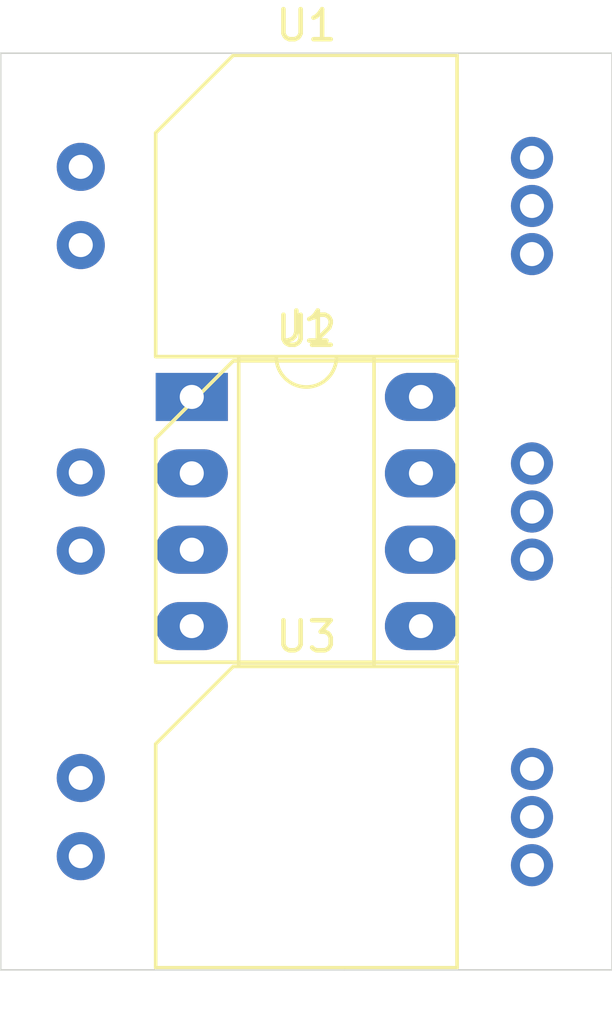
<source format=kicad_pcb>
(kicad_pcb (version 20171130) (host pcbnew "(5.1.4)-1")

  (general
    (thickness 1.6)
    (drawings 9)
    (tracks 0)
    (zones 0)
    (modules 4)
    (nets 10)
  )

  (page A4)
  (layers
    (0 F.Cu signal)
    (31 B.Cu signal)
    (32 B.Adhes user)
    (33 F.Adhes user)
    (34 B.Paste user)
    (35 F.Paste user)
    (36 B.SilkS user)
    (37 F.SilkS user)
    (38 B.Mask user)
    (39 F.Mask user)
    (40 Dwgs.User user)
    (41 Cmts.User user)
    (42 Eco1.User user)
    (43 Eco2.User user)
    (44 Edge.Cuts user)
    (45 Margin user)
    (46 B.CrtYd user)
    (47 F.CrtYd user)
    (48 B.Fab user)
    (49 F.Fab user)
  )

  (setup
    (last_trace_width 0.25)
    (trace_clearance 0.2)
    (zone_clearance 0.508)
    (zone_45_only no)
    (trace_min 0.2)
    (via_size 0.8)
    (via_drill 0.4)
    (via_min_size 0.4)
    (via_min_drill 0.3)
    (uvia_size 0.3)
    (uvia_drill 0.1)
    (uvias_allowed no)
    (uvia_min_size 0.2)
    (uvia_min_drill 0.1)
    (edge_width 0.05)
    (segment_width 0.2)
    (pcb_text_width 0.3)
    (pcb_text_size 1.5 1.5)
    (mod_edge_width 0.12)
    (mod_text_size 1 1)
    (mod_text_width 0.15)
    (pad_size 1.524 1.524)
    (pad_drill 0.762)
    (pad_to_mask_clearance 0.051)
    (solder_mask_min_width 0.25)
    (aux_axis_origin 0 0)
    (visible_elements FFFFFF7F)
    (pcbplotparams
      (layerselection 0x010fc_ffffffff)
      (usegerberextensions false)
      (usegerberattributes false)
      (usegerberadvancedattributes false)
      (creategerberjobfile false)
      (excludeedgelayer true)
      (linewidth 0.100000)
      (plotframeref false)
      (viasonmask false)
      (mode 1)
      (useauxorigin false)
      (hpglpennumber 1)
      (hpglpenspeed 20)
      (hpglpendiameter 15.000000)
      (psnegative false)
      (psa4output false)
      (plotreference true)
      (plotvalue true)
      (plotinvisibletext false)
      (padsonsilk false)
      (subtractmaskfromsilk false)
      (outputformat 1)
      (mirror false)
      (drillshape 1)
      (scaleselection 1)
      (outputdirectory ""))
  )

  (net 0 "")
  (net 1 PM_1)
  (net 2 PM_5)
  (net 3 PM_2)
  (net 4 PM_6)
  (net 5 PM_3)
  (net 6 PM_7)
  (net 7 PM_4_9)
  (net 8 PM_8)
  (net 9 PM_10)

  (net_class Default "This is the default net class."
    (clearance 0.2)
    (trace_width 0.25)
    (via_dia 0.8)
    (via_drill 0.4)
    (uvia_dia 0.3)
    (uvia_drill 0.1)
    (add_net PM_1)
    (add_net PM_10)
    (add_net PM_2)
    (add_net PM_3)
    (add_net PM_4_9)
    (add_net PM_5)
    (add_net PM_6)
    (add_net PM_7)
    (add_net PM_8)
  )

  (module OptoCouplers_THT:Xvive_VTL5C3_2 (layer F.Cu) (tedit 5D35D95A) (tstamp 5D8BFD70)
    (at 162.56 104.14)
    (path /5D8BFDAF)
    (fp_text reference U3 (at 0 -6) (layer F.SilkS)
      (effects (font (size 1 1) (thickness 0.15)))
    )
    (fp_text value Xvive_VTL5C3_2 (at 0 6) (layer F.Fab)
      (effects (font (size 1 1) (thickness 0.15)))
    )
    (fp_line (start 5.2 -3.37) (end 5.2 -5.2) (layer F.CrtYd) (width 0.05))
    (fp_line (start 5.2 3.37) (end 8.33 3.37) (layer F.CrtYd) (width 0.05))
    (fp_line (start 5.2 -3.37) (end 8.33 -3.37) (layer F.CrtYd) (width 0.05))
    (fp_line (start 8.33 3.37) (end 8.33 -3.37) (layer F.CrtYd) (width 0.05))
    (fp_line (start -8.33 2.73) (end -5.2 2.73) (layer F.CrtYd) (width 0.05))
    (fp_line (start -8.33 -2.73) (end -4.97 -2.73) (layer F.CrtYd) (width 0.05))
    (fp_line (start -8.33 2.73) (end -8.33 -2.73) (layer F.CrtYd) (width 0.05))
    (fp_line (start 6.8 0) (end 4.95 0) (layer F.Fab) (width 0.1))
    (fp_line (start -6.8 -1.65) (end -4.95 -1) (layer F.Fab) (width 0.1))
    (fp_line (start 6.8 2.54) (end 4.95 2.54) (layer F.Fab) (width 0.1))
    (fp_line (start -2.4 -4.95) (end 4.95 -4.95) (layer F.Fab) (width 0.1))
    (fp_line (start 4.95 -4.95) (end 4.95 4.95) (layer F.Fab) (width 0.1))
    (fp_line (start 4.95 4.95) (end -4.95 4.95) (layer F.Fab) (width 0.1))
    (fp_line (start -4.95 4.95) (end -4.95 -2.4) (layer F.Fab) (width 0.1))
    (fp_line (start -2.4 -4.95) (end -4.95 -2.4) (layer F.Fab) (width 0.1))
    (fp_line (start 6.8 -2.54) (end 4.95 -2.54) (layer F.Fab) (width 0.1))
    (fp_line (start -6.8 1.65) (end -4.95 1) (layer F.Fab) (width 0.1))
    (fp_line (start 5.2 3.37) (end 5.2 5.2) (layer F.CrtYd) (width 0.05))
    (fp_line (start 5.2 5.2) (end -5.2 5.2) (layer F.CrtYd) (width 0.05))
    (fp_line (start -5.2 5.2) (end -5.2 2.73) (layer F.CrtYd) (width 0.05))
    (fp_line (start -4.97 -2.73) (end -2.5 -5.2) (layer F.CrtYd) (width 0.05))
    (fp_line (start -2.5 -5.2) (end 5.2 -5.2) (layer F.CrtYd) (width 0.05))
    (fp_line (start 5.01 -5.01) (end -2.43 -5.01) (layer F.SilkS) (width 0.12))
    (fp_line (start -2.43 -5.01) (end -5.01 -2.43) (layer F.SilkS) (width 0.12))
    (fp_line (start -5.01 -2.43) (end -5.01 5.01) (layer F.SilkS) (width 0.12))
    (fp_line (start -5.01 5.01) (end 5.01 5.01) (layer F.SilkS) (width 0.12))
    (fp_line (start 5.01 5.01) (end 5.01 -5.01) (layer F.SilkS) (width 0.12))
    (fp_text user %R (at 0 0) (layer F.Fab)
      (effects (font (size 1 1) (thickness 0.1)))
    )
    (pad 4 thru_hole circle (at 7.5 0) (size 1.4 1.4) (drill 0.8) (layers *.Cu *.Mask)
      (net 7 PM_4_9))
    (pad 2 thru_hole circle (at -7.5 1.3) (size 1.6 1.6) (drill 0.8) (layers *.Cu *.Mask)
      (net 3 PM_2))
    (pad 5 thru_hole circle (at 7.5 1.6) (size 1.4 1.4) (drill 0.8) (layers *.Cu *.Mask)
      (net 5 PM_3))
    (pad 3 thru_hole circle (at 7.5 -1.6) (size 1.4 1.4) (drill 0.8) (layers *.Cu *.Mask)
      (net 2 PM_5))
    (pad 1 thru_hole circle (at -7.5 -1.3) (size 1.6 1.6) (drill 0.8) (layers *.Cu *.Mask)
      (net 1 PM_1))
    (model ${LIB_MODULES}/OptoCouplers_THT.pretty/Xvive_VTL5C3_2.step
      (at (xyz 0 0 0))
      (scale (xyz 1 1 1))
      (rotate (xyz 0 0 0))
    )
  )

  (module OptoCouplers_THT:Xvive_VTL5C3_2 (layer F.Cu) (tedit 5D35D95A) (tstamp 5D8BFD4B)
    (at 162.56 93.98)
    (path /5D8C0572)
    (fp_text reference U2 (at 0 -6) (layer F.SilkS)
      (effects (font (size 1 1) (thickness 0.15)))
    )
    (fp_text value Xvive_VTL5C3_2 (at 0 6) (layer F.Fab)
      (effects (font (size 1 1) (thickness 0.15)))
    )
    (fp_line (start 5.2 -3.37) (end 5.2 -5.2) (layer F.CrtYd) (width 0.05))
    (fp_line (start 5.2 3.37) (end 8.33 3.37) (layer F.CrtYd) (width 0.05))
    (fp_line (start 5.2 -3.37) (end 8.33 -3.37) (layer F.CrtYd) (width 0.05))
    (fp_line (start 8.33 3.37) (end 8.33 -3.37) (layer F.CrtYd) (width 0.05))
    (fp_line (start -8.33 2.73) (end -5.2 2.73) (layer F.CrtYd) (width 0.05))
    (fp_line (start -8.33 -2.73) (end -4.97 -2.73) (layer F.CrtYd) (width 0.05))
    (fp_line (start -8.33 2.73) (end -8.33 -2.73) (layer F.CrtYd) (width 0.05))
    (fp_line (start 6.8 0) (end 4.95 0) (layer F.Fab) (width 0.1))
    (fp_line (start -6.8 -1.65) (end -4.95 -1) (layer F.Fab) (width 0.1))
    (fp_line (start 6.8 2.54) (end 4.95 2.54) (layer F.Fab) (width 0.1))
    (fp_line (start -2.4 -4.95) (end 4.95 -4.95) (layer F.Fab) (width 0.1))
    (fp_line (start 4.95 -4.95) (end 4.95 4.95) (layer F.Fab) (width 0.1))
    (fp_line (start 4.95 4.95) (end -4.95 4.95) (layer F.Fab) (width 0.1))
    (fp_line (start -4.95 4.95) (end -4.95 -2.4) (layer F.Fab) (width 0.1))
    (fp_line (start -2.4 -4.95) (end -4.95 -2.4) (layer F.Fab) (width 0.1))
    (fp_line (start 6.8 -2.54) (end 4.95 -2.54) (layer F.Fab) (width 0.1))
    (fp_line (start -6.8 1.65) (end -4.95 1) (layer F.Fab) (width 0.1))
    (fp_line (start 5.2 3.37) (end 5.2 5.2) (layer F.CrtYd) (width 0.05))
    (fp_line (start 5.2 5.2) (end -5.2 5.2) (layer F.CrtYd) (width 0.05))
    (fp_line (start -5.2 5.2) (end -5.2 2.73) (layer F.CrtYd) (width 0.05))
    (fp_line (start -4.97 -2.73) (end -2.5 -5.2) (layer F.CrtYd) (width 0.05))
    (fp_line (start -2.5 -5.2) (end 5.2 -5.2) (layer F.CrtYd) (width 0.05))
    (fp_line (start 5.01 -5.01) (end -2.43 -5.01) (layer F.SilkS) (width 0.12))
    (fp_line (start -2.43 -5.01) (end -5.01 -2.43) (layer F.SilkS) (width 0.12))
    (fp_line (start -5.01 -2.43) (end -5.01 5.01) (layer F.SilkS) (width 0.12))
    (fp_line (start -5.01 5.01) (end 5.01 5.01) (layer F.SilkS) (width 0.12))
    (fp_line (start 5.01 5.01) (end 5.01 -5.01) (layer F.SilkS) (width 0.12))
    (fp_text user %R (at 0 0) (layer F.Fab)
      (effects (font (size 1 1) (thickness 0.1)))
    )
    (pad 4 thru_hole circle (at 7.5 0) (size 1.4 1.4) (drill 0.8) (layers *.Cu *.Mask)
      (net 7 PM_4_9))
    (pad 2 thru_hole circle (at -7.5 1.3) (size 1.6 1.6) (drill 0.8) (layers *.Cu *.Mask)
      (net 3 PM_2))
    (pad 5 thru_hole circle (at 7.5 1.6) (size 1.4 1.4) (drill 0.8) (layers *.Cu *.Mask)
      (net 4 PM_6))
    (pad 3 thru_hole circle (at 7.5 -1.6) (size 1.4 1.4) (drill 0.8) (layers *.Cu *.Mask)
      (net 6 PM_7))
    (pad 1 thru_hole circle (at -7.5 -1.3) (size 1.6 1.6) (drill 0.8) (layers *.Cu *.Mask)
      (net 1 PM_1))
    (model ${LIB_MODULES}/OptoCouplers_THT.pretty/Xvive_VTL5C3_2.step
      (at (xyz 0 0 0))
      (scale (xyz 1 1 1))
      (rotate (xyz 0 0 0))
    )
  )

  (module OptoCouplers_THT:Xvive_VTL5C3_2 (layer F.Cu) (tedit 5D35D95A) (tstamp 5D8BFD26)
    (at 162.56 83.82)
    (path /5D8C0DFE)
    (fp_text reference U1 (at 0 -6) (layer F.SilkS)
      (effects (font (size 1 1) (thickness 0.15)))
    )
    (fp_text value Xvive_VTL5C3_2 (at 0 6) (layer F.Fab)
      (effects (font (size 1 1) (thickness 0.15)))
    )
    (fp_line (start 5.2 -3.37) (end 5.2 -5.2) (layer F.CrtYd) (width 0.05))
    (fp_line (start 5.2 3.37) (end 8.33 3.37) (layer F.CrtYd) (width 0.05))
    (fp_line (start 5.2 -3.37) (end 8.33 -3.37) (layer F.CrtYd) (width 0.05))
    (fp_line (start 8.33 3.37) (end 8.33 -3.37) (layer F.CrtYd) (width 0.05))
    (fp_line (start -8.33 2.73) (end -5.2 2.73) (layer F.CrtYd) (width 0.05))
    (fp_line (start -8.33 -2.73) (end -4.97 -2.73) (layer F.CrtYd) (width 0.05))
    (fp_line (start -8.33 2.73) (end -8.33 -2.73) (layer F.CrtYd) (width 0.05))
    (fp_line (start 6.8 0) (end 4.95 0) (layer F.Fab) (width 0.1))
    (fp_line (start -6.8 -1.65) (end -4.95 -1) (layer F.Fab) (width 0.1))
    (fp_line (start 6.8 2.54) (end 4.95 2.54) (layer F.Fab) (width 0.1))
    (fp_line (start -2.4 -4.95) (end 4.95 -4.95) (layer F.Fab) (width 0.1))
    (fp_line (start 4.95 -4.95) (end 4.95 4.95) (layer F.Fab) (width 0.1))
    (fp_line (start 4.95 4.95) (end -4.95 4.95) (layer F.Fab) (width 0.1))
    (fp_line (start -4.95 4.95) (end -4.95 -2.4) (layer F.Fab) (width 0.1))
    (fp_line (start -2.4 -4.95) (end -4.95 -2.4) (layer F.Fab) (width 0.1))
    (fp_line (start 6.8 -2.54) (end 4.95 -2.54) (layer F.Fab) (width 0.1))
    (fp_line (start -6.8 1.65) (end -4.95 1) (layer F.Fab) (width 0.1))
    (fp_line (start 5.2 3.37) (end 5.2 5.2) (layer F.CrtYd) (width 0.05))
    (fp_line (start 5.2 5.2) (end -5.2 5.2) (layer F.CrtYd) (width 0.05))
    (fp_line (start -5.2 5.2) (end -5.2 2.73) (layer F.CrtYd) (width 0.05))
    (fp_line (start -4.97 -2.73) (end -2.5 -5.2) (layer F.CrtYd) (width 0.05))
    (fp_line (start -2.5 -5.2) (end 5.2 -5.2) (layer F.CrtYd) (width 0.05))
    (fp_line (start 5.01 -5.01) (end -2.43 -5.01) (layer F.SilkS) (width 0.12))
    (fp_line (start -2.43 -5.01) (end -5.01 -2.43) (layer F.SilkS) (width 0.12))
    (fp_line (start -5.01 -2.43) (end -5.01 5.01) (layer F.SilkS) (width 0.12))
    (fp_line (start -5.01 5.01) (end 5.01 5.01) (layer F.SilkS) (width 0.12))
    (fp_line (start 5.01 5.01) (end 5.01 -5.01) (layer F.SilkS) (width 0.12))
    (fp_text user %R (at 0 0) (layer F.Fab)
      (effects (font (size 1 1) (thickness 0.1)))
    )
    (pad 4 thru_hole circle (at 7.5 0) (size 1.4 1.4) (drill 0.8) (layers *.Cu *.Mask)
      (net 7 PM_4_9))
    (pad 2 thru_hole circle (at -7.5 1.3) (size 1.6 1.6) (drill 0.8) (layers *.Cu *.Mask)
      (net 3 PM_2))
    (pad 5 thru_hole circle (at 7.5 1.6) (size 1.4 1.4) (drill 0.8) (layers *.Cu *.Mask)
      (net 8 PM_8))
    (pad 3 thru_hole circle (at 7.5 -1.6) (size 1.4 1.4) (drill 0.8) (layers *.Cu *.Mask)
      (net 9 PM_10))
    (pad 1 thru_hole circle (at -7.5 -1.3) (size 1.6 1.6) (drill 0.8) (layers *.Cu *.Mask)
      (net 1 PM_1))
    (model ${LIB_MODULES}/OptoCouplers_THT.pretty/Xvive_VTL5C3_2.step
      (at (xyz 0 0 0))
      (scale (xyz 1 1 1))
      (rotate (xyz 0 0 0))
    )
  )

  (module Amplifiers_Operational_THT:Texas_Instruments_RC4558P (layer F.Cu) (tedit 5D36F7C8) (tstamp 5D8BFD01)
    (at 162.56 93.98)
    (path /5D8BEF8D)
    (fp_text reference J1 (at 0 -6.14) (layer F.SilkS)
      (effects (font (size 1 1) (thickness 0.15)))
    )
    (fp_text value DIP_10 (at 0 6.14) (layer F.Fab)
      (effects (font (size 1 1) (thickness 0.15)))
    )
    (fp_arc (start 0 -5.14) (end -1 -5.14) (angle -180) (layer F.SilkS) (width 0.12))
    (fp_line (start -2.175 -5.08) (end 3.175 -5.08) (layer F.Fab) (width 0.1))
    (fp_line (start 3.175 -5.08) (end 3.175 5.08) (layer F.Fab) (width 0.1))
    (fp_line (start 3.175 5.08) (end -3.175 5.08) (layer F.Fab) (width 0.1))
    (fp_line (start -3.175 5.08) (end -3.175 -4.08) (layer F.Fab) (width 0.1))
    (fp_line (start -3.175 -4.08) (end -2.175 -5.08) (layer F.Fab) (width 0.1))
    (fp_line (start -1 -5.14) (end -2.25 -5.14) (layer F.SilkS) (width 0.12))
    (fp_line (start -2.25 -5.14) (end -2.25 5.14) (layer F.SilkS) (width 0.12))
    (fp_line (start -2.25 5.14) (end 2.25 5.14) (layer F.SilkS) (width 0.12))
    (fp_line (start 2.25 5.14) (end 2.25 -5.14) (layer F.SilkS) (width 0.12))
    (fp_line (start 2.25 -5.14) (end 1 -5.14) (layer F.SilkS) (width 0.12))
    (fp_line (start -5.26 -5.36) (end -5.26 5.34) (layer F.CrtYd) (width 0.05))
    (fp_line (start -5.26 5.34) (end 5.29 5.34) (layer F.CrtYd) (width 0.05))
    (fp_line (start 5.29 5.34) (end 5.29 -5.36) (layer F.CrtYd) (width 0.05))
    (fp_line (start 5.29 -5.36) (end -5.26 -5.36) (layer F.CrtYd) (width 0.05))
    (fp_text user %R (at 0 0) (layer F.Fab)
      (effects (font (size 1 1) (thickness 0.15)))
    )
    (pad 1 thru_hole rect (at -3.81 -3.81) (size 2.4 1.6) (drill 0.8) (layers *.Cu *.Mask)
      (net 1 PM_1))
    (pad 5 thru_hole oval (at 3.81 3.81) (size 2.4 1.6) (drill 0.8) (layers *.Cu *.Mask)
      (net 2 PM_5))
    (pad 2 thru_hole oval (at -3.81 -1.27) (size 2.4 1.6) (drill 0.8) (layers *.Cu *.Mask)
      (net 3 PM_2))
    (pad 6 thru_hole oval (at 3.81 1.27) (size 2.4 1.6) (drill 0.8) (layers *.Cu *.Mask)
      (net 4 PM_6))
    (pad 3 thru_hole oval (at -3.81 1.27) (size 2.4 1.6) (drill 0.8) (layers *.Cu *.Mask)
      (net 5 PM_3))
    (pad 7 thru_hole oval (at 3.81 -1.27) (size 2.4 1.6) (drill 0.8) (layers *.Cu *.Mask)
      (net 6 PM_7))
    (pad 4 thru_hole oval (at -3.81 3.81) (size 2.4 1.6) (drill 0.8) (layers *.Cu *.Mask)
      (net 7 PM_4_9))
    (pad 8 thru_hole oval (at 3.81 -3.81) (size 2.4 1.6) (drill 0.8) (layers *.Cu *.Mask)
      (net 8 PM_8))
    (model ${LIB_MODULES}/Amplifiers_Operational_THT.pretty/Texas_Instruments_RC4558P.step
      (at (xyz 0 0 0))
      (scale (xyz 1 1 1))
      (rotate (xyz 0 0 0))
    )
  )

  (gr_line (start 152.4 78.74) (end 152.4 82.55) (layer Edge.Cuts) (width 0.05) (tstamp 5D8BFF8B))
  (gr_line (start 172.72 78.74) (end 152.4 78.74) (layer Edge.Cuts) (width 0.05))
  (gr_line (start 172.72 96.52) (end 172.72 78.74) (layer Edge.Cuts) (width 0.05))
  (gr_line (start 172.72 109.22) (end 172.72 96.52) (layer Edge.Cuts) (width 0.05))
  (gr_line (start 163.83 109.22) (end 172.72 109.22) (layer Edge.Cuts) (width 0.05))
  (gr_line (start 152.4 109.22) (end 163.83 109.22) (layer Edge.Cuts) (width 0.05))
  (gr_line (start 152.4 106.68) (end 152.4 109.22) (layer Edge.Cuts) (width 0.05))
  (gr_line (start 152.4 95.25) (end 152.4 106.68) (layer Edge.Cuts) (width 0.05))
  (gr_line (start 152.4 82.55) (end 152.4 95.25) (layer Edge.Cuts) (width 0.05))

)

</source>
